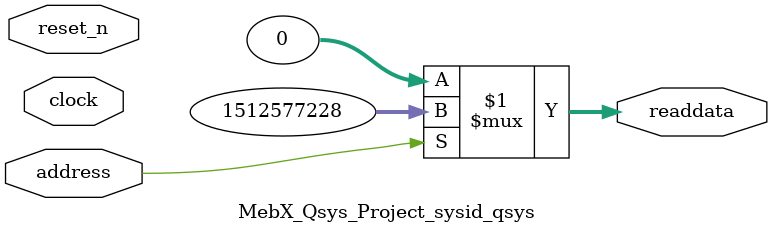
<source format=v>



// synthesis translate_off
`timescale 1ns / 1ps
// synthesis translate_on

// turn off superfluous verilog processor warnings 
// altera message_level Level1 
// altera message_off 10034 10035 10036 10037 10230 10240 10030 

module MebX_Qsys_Project_sysid_qsys (
               // inputs:
                address,
                clock,
                reset_n,

               // outputs:
                readdata
             )
;

  output  [ 31: 0] readdata;
  input            address;
  input            clock;
  input            reset_n;

  wire    [ 31: 0] readdata;
  //control_slave, which is an e_avalon_slave
  assign readdata = address ? 1512577228 : 0;

endmodule



</source>
